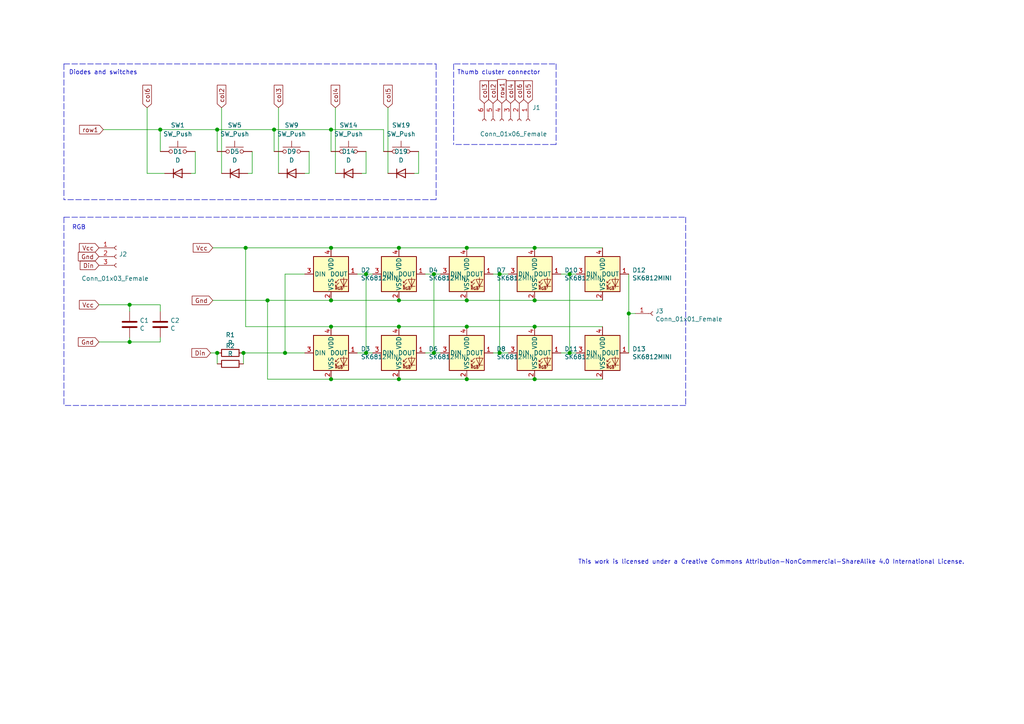
<source format=kicad_sch>
(kicad_sch (version 20211123) (generator eeschema)
  (paper "A4")
  (title_block (date "2022-02-25") (rev "2.42") (company "bastard keyboards") (comment 3 "CC BY-NC-SA 4.0") (comment 4 "Copyright Quentin Lebastard 2022"))
  (lib_symbols
    (symbol "Connector:Conn_01x01_Female" (pin_names (offset 1.016) hide)
      (property "Reference" "J" (at 0 2.54 0))
      (property "Value" "Conn_01x01_Female" (at 0 -2.54 0))
      (symbol "Conn_01x01_Female_1_1"
        (polyline (pts (xy -1.27 0) (xy -0.508 0)) (stroke (width 0.1524)))
        (arc (start 0 0.508) (mid -0.508 0) (end 0 -0.508) (stroke (width 0.1524)))
        (pin passive line (at -5.08 0 0) (length 3.81) (name "Pin_1") (number "1"))
      )
    )
    (symbol "Connector:Conn_01x03_Female" (pin_names (offset 1.016) hide)
      (property "Reference" "J" (at 0 5.08 0))
      (property "Value" "Conn_01x03_Female" (at 0 -5.08 0))
      (symbol "Conn_01x03_Female_1_1"
        (arc (start 0 -2.032) (mid -0.508 -2.54) (end 0 -3.048) (stroke (width 0.1524)))
        (polyline (pts (xy -1.27 -2.54) (xy -0.508 -2.54)) (stroke (width 0.1524)))
        (polyline (pts (xy -1.27 0) (xy -0.508 0)) (stroke (width 0.1524)))
        (polyline (pts (xy -1.27 2.54) (xy -0.508 2.54)) (stroke (width 0.1524)))
        (arc (start 0 0.508) (mid -0.508 0) (end 0 -0.508) (stroke (width 0.1524)))
        (arc (start 0 3.048) (mid -0.508 2.54) (end 0 2.032) (stroke (width 0.1524)))
        (pin passive line (at -5.08 2.54 0) (length 3.81) (name "Pin_1") (number "1"))
        (pin passive line (at -5.08 0 0) (length 3.81) (name "Pin_2") (number "2"))
        (pin passive line (at -5.08 -2.54 0) (length 3.81) (name "Pin_3") (number "3"))
      )
    )
    (symbol "Connector:Conn_01x06_Female" (pin_names hide)
      (property "Reference" "J" (at 0 7.62 0))
      (property "Value" "Conn_01x06_Female" (at 0 -10.16 0))
      (symbol "Conn_01x06_Female_1_1"
        (arc (start 0 -7.112) (mid -0.508 -7.62) (end 0 -8.128) (stroke (width 0.1524)))
        (arc (start 0 -4.572) (mid -0.508 -5.08) (end 0 -5.588) (stroke (width 0.1524)))
        (arc (start 0 -2.032) (mid -0.508 -2.54) (end 0 -3.048) (stroke (width 0.1524)))
        (polyline (pts (xy -1.27 -7.62) (xy -0.508 -7.62)) (stroke (width 0.1524)))
        (polyline (pts (xy -1.27 -5.08) (xy -0.508 -5.08)) (stroke (width 0.1524)))
        (polyline (pts (xy -1.27 -2.54) (xy -0.508 -2.54)) (stroke (width 0.1524)))
        (polyline (pts (xy -1.27 0) (xy -0.508 0)) (stroke (width 0.1524)))
        (polyline (pts (xy -1.27 2.54) (xy -0.508 2.54)) (stroke (width 0.1524)))
        (polyline (pts (xy -1.27 5.08) (xy -0.508 5.08)) (stroke (width 0.1524)))
        (arc (start 0 0.508) (mid -0.508 0) (end 0 -0.508) (stroke (width 0.1524)))
        (arc (start 0 3.048) (mid -0.508 2.54) (end 0 2.032) (stroke (width 0.1524)))
        (arc (start 0 5.588) (mid -0.508 5.08) (end 0 4.572) (stroke (width 0.1524)))
        (pin passive line (at -5.08 5.08 0) (length 3.81) (name "Pin_1") (number "1"))
        (pin passive line (at -5.08 2.54 0) (length 3.81) (name "Pin_2") (number "2"))
        (pin passive line (at -5.08 0 0) (length 3.81) (name "Pin_3") (number "3"))
        (pin passive line (at -5.08 -2.54 0) (length 3.81) (name "Pin_4") (number "4"))
        (pin passive line (at -5.08 -5.08 0) (length 3.81) (name "Pin_5") (number "5"))
        (pin passive line (at -5.08 -7.62 0) (length 3.81) (name "Pin_6") (number "6"))
      )
    )
    (symbol "Device:C" (pin_numbers hide) (pin_names (offset 0.254))
      (property "Reference" "C" (at 0.635 2.54 0))
      (property "Value" "C" (at 0.635 -2.54 0))
      (symbol "C_0_1"
        (polyline (pts (xy -2.032 -0.762) (xy 2.032 -0.762)) (stroke (width 0.508)))
        (polyline (pts (xy -2.032 0.762) (xy 2.032 0.762)) (stroke (width 0.508)))
      )
      (symbol "C_1_1"
        (pin passive line (at 0 3.81 270) (length 2.794) (name "~") (number "1"))
        (pin passive line (at 0 -3.81 90) (length 2.794) (name "~") (number "2"))
      )
    )
    (symbol "Device:D" (pin_numbers hide) (pin_names hide)
      (property "Reference" "D" (at 0 2.54 0))
      (property "Value" "D" (at 0 -2.54 0))
      (symbol "D_0_1"
        (polyline (pts (xy -1.27 1.27) (xy -1.27 -1.27)) (stroke (width 0.254)))
        (polyline (pts (xy 1.27 0) (xy -1.27 0)))
        (polyline (pts (xy 1.27 1.27) (xy 1.27 -1.27) (xy -1.27 0) (xy 1.27 1.27)) (stroke (width 0.254)))
      )
      (symbol "D_1_1"
        (pin passive line (at -3.81 0 0) (length 2.54) (name "K") (number "1"))
        (pin passive line (at 3.81 0 180) (length 2.54) (name "A") (number "2"))
      )
    )
    (symbol "Device:R" (pin_numbers hide) (pin_names (offset 0))
      (property "Reference" "R" (at 2.032 0 90))
      (property "Value" "R" (at 0 0 90))
      (symbol "R_0_1"
        (rectangle (start -1.016 -2.54) (end 1.016 2.54) (stroke (width 0.254)))
      )
      (symbol "R_1_1"
        (pin passive line (at 0 3.81 270) (length 1.27) (name "~") (number "1"))
        (pin passive line (at 0 -3.81 90) (length 1.27) (name "~") (number "2"))
      )
    )
    (symbol "LED:SK6812MINI" (pin_names (offset 0.254))
      (property "Reference" "D" (at 5.08 5.715 0))
      (property "Value" "SK6812MINI" (at 1.27 -5.715 0))
      (symbol "SK6812MINI_0_0"
        (text "RGB" (at 2.286 -4.191 0) (effects (font (size 0.762 0.762))))
      )
      (symbol "SK6812MINI_0_1"
        (polyline (pts (xy 1.27 -3.556) (xy 1.778 -3.556)))
        (polyline (pts (xy 1.27 -2.54) (xy 1.778 -2.54)))
        (polyline (pts (xy 4.699 -3.556) (xy 2.667 -3.556)))
        (polyline (pts (xy 2.286 -2.54) (xy 1.27 -3.556) (xy 1.27 -3.048)))
        (polyline (pts (xy 2.286 -1.524) (xy 1.27 -2.54) (xy 1.27 -2.032)))
        (polyline (pts (xy 3.683 -1.016) (xy 3.683 -3.556) (xy 3.683 -4.064)))
        (polyline (pts (xy 4.699 -1.524) (xy 2.667 -1.524) (xy 3.683 -3.556) (xy 4.699 -1.524)))
        (rectangle (start 5.08 5.08) (end -5.08 -5.08) (stroke (width 0.254)) (fill (type background)))
      )
      (symbol "SK6812MINI_1_1"
        (pin output line (at 7.62 0 180) (length 2.54) (name "DOUT") (number "1"))
        (pin power_in line (at 0 -7.62 90) (length 2.54) (name "VSS") (number "2"))
        (pin input line (at -7.62 0 0) (length 2.54) (name "DIN") (number "3"))
        (pin power_in line (at 0 7.62 270) (length 2.54) (name "VDD") (number "4"))
      )
    )
    (symbol "Switch:SW_Push" (pin_numbers hide) (pin_names hide)
      (property "Reference" "SW" (at 1.27 2.54 0))
      (property "Value" "SW_Push" (at 0 -1.524 0))
      (symbol "SW_Push_0_1"
        (circle (center -2.032 0) (radius 0.508))
        (polyline (pts (xy 0 1.27) (xy 0 3.048)))
        (polyline (pts (xy 2.54 1.27) (xy -2.54 1.27)))
        (circle (center 2.032 0) (radius 0.508))
        (pin passive line (at -5.08 0 0) (length 2.54) (name "1") (number "1"))
        (pin passive line (at 5.08 0 180) (length 2.54) (name "2") (number "2"))
      )
    )
  )
  (junction (at 135.382 94.742) (diameter 1.016))
  (junction (at 77.597 87.122) (diameter 1.016))
  (junction (at 115.697 87.122) (diameter 1.016))
  (junction (at 155.067 109.982) (diameter 1.016))
  (junction (at 62.992 102.362) (diameter 1.016))
  (junction (at 144.907 102.362) (diameter 1.016))
  (junction (at 155.067 87.122) (diameter 1.016))
  (junction (at 135.382 109.982) (diameter 1.016))
  (junction (at 115.697 71.882) (diameter 1.016))
  (junction (at 46.482 37.592) (diameter 1.016))
  (junction (at 165.227 102.362) (diameter 1.016))
  (junction (at 62.992 37.592) (diameter 1.016))
  (junction (at 96.012 71.882) (diameter 1.016))
  (junction (at 135.382 87.122) (diameter 1.016))
  (junction (at 135.382 71.882) (diameter 1.016))
  (junction (at 182.372 90.932) (diameter 1.016))
  (junction (at 96.012 37.592) (diameter 1.016))
  (junction (at 82.677 102.362) (diameter 1.016))
  (junction (at 71.247 71.882) (diameter 1.016))
  (junction (at 96.012 87.122) (diameter 1.016))
  (junction (at 70.612 102.362) (diameter 1.016))
  (junction (at 37.592 88.392) (diameter 1.016))
  (junction (at 37.592 99.187) (diameter 1.016))
  (junction (at 106.172 102.362) (diameter 1.016))
  (junction (at 115.697 94.742) (diameter 1.016))
  (junction (at 144.907 79.502) (diameter 1.016))
  (junction (at 96.012 94.742) (diameter 1.016))
  (junction (at 106.172 79.502) (diameter 1.016))
  (junction (at 125.857 102.362) (diameter 1.016))
  (junction (at 155.067 71.882) (diameter 1.016))
  (junction (at 125.857 79.502) (diameter 1.016))
  (junction (at 96.012 109.982) (diameter 1.016))
  (junction (at 165.227 79.502) (diameter 1.016))
  (junction (at 155.067 94.742) (diameter 1.016))
  (junction (at 115.697 109.982) (diameter 1.016))
  (junction (at 79.502 37.592) (diameter 1.016))
  (wire (pts (xy 106.172 43.942) (xy 106.172 50.292)))
  (wire (pts (xy 182.372 90.932) (xy 184.277 90.932)))
  (wire (pts (xy 106.172 102.362) (xy 108.077 102.362)))
  (wire (pts (xy 155.067 87.122) (xy 174.752 87.122)))
  (wire (pts (xy 47.752 50.292) (xy 42.672 50.292)))
  (wire (pts (xy 96.012 94.742) (xy 115.697 94.742)))
  (wire (pts (xy 103.632 79.502) (xy 106.172 79.502)))
  (wire (pts (xy 79.502 37.592) (xy 96.012 37.592)))
  (wire (pts (xy 82.677 102.362) (xy 82.677 79.502)))
  (wire (pts (xy 96.012 109.982) (xy 77.597 109.982)))
  (wire (pts (xy 46.482 43.942) (xy 46.482 37.592)))
  (wire (pts (xy 125.857 102.362) (xy 127.762 102.362)))
  (wire (pts (xy 135.382 71.882) (xy 155.067 71.882)))
  (wire (pts (xy 37.592 88.392) (xy 37.592 90.297)))
  (wire (pts (xy 162.687 102.362) (xy 165.227 102.362)))
  (wire (pts (xy 56.642 50.292) (xy 55.372 50.292)))
  (polyline (pts (xy 18.542 18.542) (xy 126.492 18.542)))
  (polyline (pts (xy 131.572 18.542) (xy 131.572 41.91)))
  (wire (pts (xy 62.992 37.592) (xy 62.992 43.942)))
  (wire (pts (xy 96.012 37.592) (xy 96.012 43.942)))
  (wire (pts (xy 61.087 102.362) (xy 62.992 102.362)))
  (wire (pts (xy 121.412 50.292) (xy 120.142 50.292)))
  (wire (pts (xy 37.592 97.917) (xy 37.592 99.187)))
  (wire (pts (xy 144.907 79.502) (xy 147.447 79.502)))
  (wire (pts (xy 135.382 87.122) (xy 155.067 87.122)))
  (wire (pts (xy 28.702 88.392) (xy 37.592 88.392)))
  (wire (pts (xy 106.172 79.502) (xy 108.077 79.502)))
  (wire (pts (xy 73.152 43.942) (xy 73.152 50.292)))
  (polyline (pts (xy 126.492 18.542) (xy 126.492 57.912)))
  (wire (pts (xy 29.972 37.592) (xy 46.482 37.592)))
  (wire (pts (xy 155.067 94.742) (xy 174.752 94.742)))
  (wire (pts (xy 115.697 87.122) (xy 135.382 87.122)))
  (wire (pts (xy 61.722 71.882) (xy 71.247 71.882)))
  (polyline (pts (xy 18.542 62.992) (xy 18.542 117.602)))
  (wire (pts (xy 62.992 102.362) (xy 62.992 105.537)))
  (wire (pts (xy 97.282 31.242) (xy 97.282 50.292)))
  (wire (pts (xy 71.247 71.882) (xy 71.247 94.742)))
  (wire (pts (xy 121.412 43.942) (xy 121.412 50.292)))
  (polyline (pts (xy 161.29 18.542) (xy 161.29 41.91)))
  (wire (pts (xy 111.252 37.592) (xy 111.252 43.942)))
  (wire (pts (xy 144.907 79.502) (xy 144.907 102.362)))
  (wire (pts (xy 89.662 50.292) (xy 88.392 50.292)))
  (wire (pts (xy 123.317 79.502) (xy 125.857 79.502)))
  (wire (pts (xy 77.597 87.122) (xy 96.012 87.122)))
  (polyline (pts (xy 18.542 18.542) (xy 18.542 57.912)))
  (wire (pts (xy 64.262 31.242) (xy 64.262 50.292)))
  (wire (pts (xy 71.247 94.742) (xy 96.012 94.742)))
  (wire (pts (xy 96.012 87.122) (xy 115.697 87.122)))
  (wire (pts (xy 82.677 79.502) (xy 88.392 79.502)))
  (wire (pts (xy 125.857 79.502) (xy 127.762 79.502)))
  (wire (pts (xy 96.012 37.592) (xy 111.252 37.592)))
  (polyline (pts (xy 161.29 41.91) (xy 131.572 41.91)))
  (wire (pts (xy 123.317 102.362) (xy 125.857 102.362)))
  (wire (pts (xy 155.067 71.882) (xy 174.752 71.882)))
  (wire (pts (xy 80.772 31.242) (xy 80.772 50.292)))
  (wire (pts (xy 96.012 71.882) (xy 115.697 71.882)))
  (wire (pts (xy 89.662 43.942) (xy 89.662 50.292)))
  (wire (pts (xy 37.592 99.187) (xy 46.482 99.187)))
  (wire (pts (xy 182.372 79.502) (xy 182.372 90.932)))
  (wire (pts (xy 125.857 79.502) (xy 125.857 102.362)))
  (wire (pts (xy 79.502 37.592) (xy 79.502 43.942)))
  (wire (pts (xy 46.482 37.592) (xy 62.992 37.592)))
  (wire (pts (xy 115.697 71.882) (xy 135.382 71.882)))
  (wire (pts (xy 135.382 109.982) (xy 155.067 109.982)))
  (wire (pts (xy 165.227 79.502) (xy 165.227 102.362)))
  (wire (pts (xy 115.697 109.982) (xy 135.382 109.982)))
  (polyline (pts (xy 131.826 18.542) (xy 161.29 18.542)))
  (polyline (pts (xy 126.492 57.912) (xy 18.542 57.912)))
  (wire (pts (xy 165.227 102.362) (xy 167.132 102.362)))
  (wire (pts (xy 56.642 43.942) (xy 56.642 50.292)))
  (wire (pts (xy 46.482 88.392) (xy 46.482 90.297)))
  (wire (pts (xy 46.482 99.187) (xy 46.482 97.917)))
  (wire (pts (xy 115.697 94.742) (xy 135.382 94.742)))
  (wire (pts (xy 61.722 87.122) (xy 77.597 87.122)))
  (wire (pts (xy 77.597 109.982) (xy 77.597 87.122)))
  (wire (pts (xy 144.907 102.362) (xy 147.447 102.362)))
  (wire (pts (xy 112.522 31.242) (xy 112.522 50.292)))
  (wire (pts (xy 182.372 90.932) (xy 182.372 102.362)))
  (wire (pts (xy 135.382 94.742) (xy 155.067 94.742)))
  (wire (pts (xy 143.002 102.362) (xy 144.907 102.362)))
  (wire (pts (xy 165.227 79.502) (xy 167.132 79.502)))
  (wire (pts (xy 73.152 50.292) (xy 71.882 50.292)))
  (wire (pts (xy 70.612 102.362) (xy 82.677 102.362)))
  (wire (pts (xy 42.672 31.242) (xy 42.672 50.292)))
  (polyline (pts (xy 18.542 62.992) (xy 198.882 62.992)))
  (wire (pts (xy 155.067 109.982) (xy 174.752 109.982)))
  (wire (pts (xy 28.702 99.187) (xy 37.592 99.187)))
  (polyline (pts (xy 198.882 117.602) (xy 18.542 117.602)))
  (wire (pts (xy 96.012 109.982) (xy 115.697 109.982)))
  (wire (pts (xy 143.002 79.502) (xy 144.907 79.502)))
  (wire (pts (xy 106.172 102.362) (xy 106.172 79.502)))
  (wire (pts (xy 37.592 88.392) (xy 46.482 88.392)))
  (polyline (pts (xy 198.882 62.992) (xy 198.882 117.602)))
  (wire (pts (xy 62.992 37.592) (xy 79.502 37.592)))
  (wire (pts (xy 106.172 50.292) (xy 104.902 50.292)))
  (wire (pts (xy 70.612 105.537) (xy 70.612 102.362)))
  (wire (pts (xy 162.687 79.502) (xy 165.227 79.502)))
  (wire (pts (xy 88.392 102.362) (xy 82.677 102.362)))
  (wire (pts (xy 96.012 71.882) (xy 71.247 71.882)))
  (wire (pts (xy 103.632 102.362) (xy 106.172 102.362)))
  (text "Diodes and switches" (at 39.878 21.844 180) (effects (font (size 1.27 1.27)) (justify right bottom)))
  (text "RGB" (at 24.892 66.802 180) (effects (font (size 1.27 1.27)) (justify right bottom)))
  (text "Thumb cluster connector" (at 156.718 21.844 180) (effects (font (size 1.27 1.27)) (justify right bottom)))
  (text "This work is licensed under a Creative Commons Attribution-NonCommercial-ShareAlike 4.0 International License." (at 167.64 163.83 0) (effects (font (size 1.27 1.27)) (justify left bottom)))
  (global_label "Gnd" (shape input) (at 28.702 74.422 180) (property "Intersheet References" "${INTERSHEET_REFS}" (effects hide)))
  (global_label "col5" (shape input) (at 153.162 29.972 90) (property "Intersheet References" "${INTERSHEET_REFS}" (effects hide)))
  (global_label "col5" (shape input) (at 112.522 31.242 90) (property "Intersheet References" "${INTERSHEET_REFS}" (effects hide)))
  (global_label "Din" (shape input) (at 28.702 76.962 180) (property "Intersheet References" "${INTERSHEET_REFS}" (effects hide)))
  (global_label "col6" (shape input) (at 42.672 31.242 90) (property "Intersheet References" "${INTERSHEET_REFS}" (effects hide)))
  (global_label "Vcc" (shape input) (at 28.702 88.392 180) (property "Intersheet References" "${INTERSHEET_REFS}" (effects hide)))
  (global_label "col2" (shape input) (at 143.002 29.972 90) (property "Intersheet References" "${INTERSHEET_REFS}" (effects hide)))
  (global_label "Din" (shape input) (at 61.087 102.362 180) (property "Intersheet References" "${INTERSHEET_REFS}" (effects hide)))
  (global_label "Gnd" (shape input) (at 28.702 99.187 180) (property "Intersheet References" "${INTERSHEET_REFS}" (effects hide)))
  (global_label "col4" (shape input) (at 97.282 31.242 90) (property "Intersheet References" "${INTERSHEET_REFS}" (effects hide)))
  (global_label "row1" (shape input) (at 145.542 29.972 90) (property "Intersheet References" "${INTERSHEET_REFS}" (effects hide)))
  (global_label "col3" (shape input) (at 140.462 29.972 90) (property "Intersheet References" "${INTERSHEET_REFS}" (effects hide)))
  (global_label "col4" (shape input) (at 148.082 29.972 90) (property "Intersheet References" "${INTERSHEET_REFS}" (effects hide)))
  (global_label "Vcc" (shape input) (at 28.702 71.882 180) (property "Intersheet References" "${INTERSHEET_REFS}" (effects hide)))
  (global_label "row1" (shape input) (at 29.972 37.592 180) (property "Intersheet References" "${INTERSHEET_REFS}" (effects hide)))
  (global_label "col6" (shape input) (at 150.622 29.972 90) (property "Intersheet References" "${INTERSHEET_REFS}" (effects hide)))
  (global_label "col2" (shape input) (at 64.262 31.242 90) (property "Intersheet References" "${INTERSHEET_REFS}" (effects hide)))
  (global_label "col3" (shape input) (at 80.772 31.242 90) (property "Intersheet References" "${INTERSHEET_REFS}" (effects hide)))
  (global_label "Vcc" (shape input) (at 61.722 71.882 180) (property "Intersheet References" "${INTERSHEET_REFS}" (effects hide)))
  (global_label "Gnd" (shape input) (at 61.722 87.122 180) (property "Intersheet References" "${INTERSHEET_REFS}" (effects hide)))
  (symbol (lib_id "LED:SK6812MINI") (at 174.752 79.502 0) (unit 1)
    (property "Reference" "D12" (at 183.3881 78.3526 0) (effects (justify left)))
    (property "Value" "SK6812MINI" (at 183.3881 80.6513 0) (effects (justify left)))
    (property "Footprint" "libs2:YS-SK6812MINI-E_REVERSE" (effects hide))
    (property "Datasheet" "https://cdn-shop.adafruit.com/product-files/2686/SK6812MINI_REV.01-1-2.pdf" (effects hide))
  )
  (symbol (lib_id "Device:C") (at 37.592 94.107 0) (unit 1)
    (property "Reference" "C1" (at 40.5131 92.9576 0) (effects (justify left)))
    (property "Value" "C" (at 40.5131 95.2563 0) (effects (justify left)))
    (property "Footprint" "LED_SMD:LED_1206_3216Metric_Pad1.42x1.75mm_HandSolder" (effects hide))
  )
  (symbol (lib_id "LED:SK6812MINI") (at 155.067 79.502 0) (unit 1)
    (property "Reference" "D10" (at 163.7031 78.3526 0) (effects (justify left)))
    (property "Value" "SK6812MINI" (at 163.7031 80.6513 0) (effects (justify left)))
    (property "Footprint" "libs2:YS-SK6812MINI-E_REVERSE" (effects hide))
    (property "Datasheet" "https://cdn-shop.adafruit.com/product-files/2686/SK6812MINI_REV.01-1-2.pdf" (effects hide))
  )
  (symbol (lib_id "Device:D") (at 68.072 50.292 0) (unit 1)
    (property "Reference" "D5" (at 68.072 43.942 0))
    (property "Value" "D" (at 68.072 46.482 0))
    (property "Footprint" "custom:Diode_TH_SOD123" (effects hide))
  )
  (symbol (lib_id "Switch:SW_Push") (at 68.072 43.942 0) (unit 1)
    (property "Reference" "SW5" (at 68.072 36.322 0))
    (property "Value" "SW_Push" (at 68.072 38.862 0))
    (property "Footprint" "custom:SW_MX_reversible" (effects hide))
  )
  (symbol (lib_id "Device:C") (at 46.482 94.107 0) (unit 1)
    (property "Reference" "C2" (at 49.4031 92.9576 0) (effects (justify left)))
    (property "Value" "C" (at 49.4031 95.2563 0) (effects (justify left)))
    (property "Footprint" "LED_SMD:LED_1206_3216Metric_Pad1.42x1.75mm_HandSolder" (effects hide))
  )
  (symbol (lib_id "Switch:SW_Push") (at 51.562 43.942 0) (unit 1)
    (property "Reference" "SW1" (at 51.562 36.322 0))
    (property "Value" "SW_Push" (at 51.562 38.862 0))
    (property "Footprint" "custom:SW_MX_reversible" (effects hide))
  )
  (symbol (lib_id "Switch:SW_Push") (at 101.092 43.942 0) (unit 1)
    (property "Reference" "SW14" (at 101.092 36.322 0))
    (property "Value" "SW_Push" (at 101.092 38.862 0))
    (property "Footprint" "custom:SW_MX_reversible" (effects hide))
  )
  (symbol (lib_id "Connector:Conn_01x06_Female") (at 148.082 35.052 270) (unit 1)
    (property "Reference" "J1" (at 154.3813 31.2102 90) (effects (justify left)))
    (property "Value" "Conn_01x06_Female" (at 139.192 38.862 90) (effects (justify left)))
    (property "Footprint" "Connector_PinHeader_2.54mm:PinHeader_1x06_P2.54mm_Vertical" (effects hide))
  )
  (symbol (lib_id "Device:D") (at 84.582 50.292 0) (unit 1)
    (property "Reference" "D9" (at 84.582 43.942 0))
    (property "Value" "D" (at 84.582 46.482 0))
    (property "Footprint" "custom:Diode_TH_SOD123" (effects hide))
  )
  (symbol (lib_id "Device:R") (at 66.802 102.362 270) (unit 1)
    (property "Reference" "R1" (at 66.802 97.1358 90))
    (property "Value" "R" (at 66.802 99.4345 90))
    (property "Footprint" "Resistor_SMD:R_1206_3216Metric_Pad1.42x1.75mm_HandSolder" (effects hide))
  )
  (symbol (lib_id "Switch:SW_Push") (at 84.582 43.942 0) (unit 1)
    (property "Reference" "SW9" (at 84.582 36.322 0))
    (property "Value" "SW_Push" (at 84.582 38.862 0))
    (property "Footprint" "custom:SW_MX_reversible" (effects hide))
  )
  (symbol (lib_id "LED:SK6812MINI") (at 115.697 79.502 0) (unit 1)
    (property "Reference" "D4" (at 124.3331 78.3526 0) (effects (justify left)))
    (property "Value" "SK6812MINI" (at 124.3331 80.6513 0) (effects (justify left)))
    (property "Footprint" "libs2:YS-SK6812MINI-E_REVERSE" (effects hide))
    (property "Datasheet" "https://cdn-shop.adafruit.com/product-files/2686/SK6812MINI_REV.01-1-2.pdf" (effects hide))
  )
  (symbol (lib_id "LED:SK6812MINI") (at 115.697 102.362 0) (unit 1)
    (property "Reference" "D6" (at 124.3331 101.2126 0) (effects (justify left)))
    (property "Value" "SK6812MINI" (at 124.3331 103.5113 0) (effects (justify left)))
    (property "Footprint" "libs2:YS-SK6812MINI-E_REVERSE_NO_EDGECUT" (effects hide))
    (property "Datasheet" "https://cdn-shop.adafruit.com/product-files/2686/SK6812MINI_REV.01-1-2.pdf" (effects hide))
  )
  (symbol (lib_id "LED:SK6812MINI") (at 96.012 102.362 0) (unit 1)
    (property "Reference" "D3" (at 104.6481 101.2126 0) (effects (justify left)))
    (property "Value" "SK6812MINI" (at 104.6481 103.5113 0) (effects (justify left)))
    (property "Footprint" "libs2:YS-SK6812MINI-E_REVERSE_NO_EDGECUT" (effects hide))
    (property "Datasheet" "https://cdn-shop.adafruit.com/product-files/2686/SK6812MINI_REV.01-1-2.pdf" (effects hide))
  )
  (symbol (lib_id "LED:SK6812MINI") (at 135.382 102.362 0) (unit 1)
    (property "Reference" "D8" (at 144.0181 101.2126 0) (effects (justify left)))
    (property "Value" "SK6812MINI" (at 144.0181 103.5113 0) (effects (justify left)))
    (property "Footprint" "libs2:YS-SK6812MINI-E_REVERSE_NO_EDGECUT" (effects hide))
    (property "Datasheet" "https://cdn-shop.adafruit.com/product-files/2686/SK6812MINI_REV.01-1-2.pdf" (effects hide))
  )
  (symbol (lib_id "Device:D") (at 116.332 50.292 0) (unit 1)
    (property "Reference" "D19" (at 116.332 43.942 0))
    (property "Value" "D" (at 116.332 46.482 0))
    (property "Footprint" "custom:Diode_TH_SOD123" (effects hide))
  )
  (symbol (lib_id "LED:SK6812MINI") (at 155.067 102.362 0) (unit 1)
    (property "Reference" "D11" (at 163.7031 101.2126 0) (effects (justify left)))
    (property "Value" "SK6812MINI" (at 163.7031 103.5113 0) (effects (justify left)))
    (property "Footprint" "libs2:YS-SK6812MINI-E_REVERSE_NO_EDGECUT" (effects hide))
    (property "Datasheet" "https://cdn-shop.adafruit.com/product-files/2686/SK6812MINI_REV.01-1-2.pdf" (effects hide))
  )
  (symbol (lib_id "LED:SK6812MINI") (at 96.012 79.502 0) (unit 1)
    (property "Reference" "D2" (at 104.6481 78.3526 0) (effects (justify left)))
    (property "Value" "SK6812MINI" (at 104.6481 80.6513 0) (effects (justify left)))
    (property "Footprint" "libs2:YS-SK6812MINI-E_REVERSE" (effects hide))
    (property "Datasheet" "https://cdn-shop.adafruit.com/product-files/2686/SK6812MINI_REV.01-1-2.pdf" (effects hide))
  )
  (symbol (lib_id "LED:SK6812MINI") (at 174.752 102.362 0) (unit 1)
    (property "Reference" "D13" (at 183.3881 101.2126 0) (effects (justify left)))
    (property "Value" "SK6812MINI" (at 183.3881 103.5113 0) (effects (justify left)))
    (property "Footprint" "libs2:YS-SK6812MINI-E_REVERSE_NO_EDGECUT" (effects hide))
    (property "Datasheet" "https://cdn-shop.adafruit.com/product-files/2686/SK6812MINI_REV.01-1-2.pdf" (effects hide))
  )
  (symbol (lib_id "LED:SK6812MINI") (at 135.382 79.502 0) (unit 1)
    (property "Reference" "D7" (at 144.0181 78.3526 0) (effects (justify left)))
    (property "Value" "SK6812MINI" (at 144.0181 80.6513 0) (effects (justify left)))
    (property "Footprint" "libs2:YS-SK6812MINI-E_REVERSE" (effects hide))
    (property "Datasheet" "https://cdn-shop.adafruit.com/product-files/2686/SK6812MINI_REV.01-1-2.pdf" (effects hide))
  )
  (symbol (lib_id "Switch:SW_Push") (at 116.332 43.942 0) (unit 1)
    (property "Reference" "SW19" (at 116.332 36.322 0))
    (property "Value" "SW_Push" (at 116.332 38.862 0))
    (property "Footprint" "custom:SW_MX_reversible" (effects hide))
  )
  (symbol (lib_id "Connector:Conn_01x03_Female") (at 33.782 74.422 0) (unit 1)
    (property "Reference" "J2" (at 34.4933 73.7298 0) (effects (justify left)))
    (property "Value" "Conn_01x03_Female" (at 23.622 80.772 0) (effects (justify left)))
    (property "Footprint" "Connector_PinHeader_2.54mm:PinHeader_1x03_P2.54mm_Vertical" (effects hide))
  )
  (symbol (lib_id "Device:D") (at 51.562 50.292 0) (unit 1)
    (property "Reference" "D1" (at 51.562 43.942 0))
    (property "Value" "D" (at 51.562 46.482 0))
    (property "Footprint" "custom:Diode_TH_SOD123" (effects hide))
  )
  (symbol (lib_id "Connector:Conn_01x01_Female") (at 189.357 90.932 0) (unit 1)
    (property "Reference" "J3" (at 190.0683 90.2398 0) (effects (justify left)))
    (property "Value" "Conn_01x01_Female" (at 190.0683 92.5385 0) (effects (justify left)))
    (property "Footprint" "Connector_PinHeader_2.54mm:PinHeader_1x01_P2.54mm_Vertical" (effects hide))
  )
  (symbol (lib_id "Device:D") (at 101.092 50.292 0) (unit 1)
    (property "Reference" "D14" (at 101.092 43.942 0))
    (property "Value" "D" (at 101.092 46.482 0))
    (property "Footprint" "custom:Diode_TH_SOD123" (effects hide))
  )
  (symbol (lib_id "Device:R") (at 66.802 105.537 270) (unit 1)
    (property "Reference" "R2" (at 66.802 100.3108 90))
    (property "Value" "R" (at 66.802 102.6095 90))
    (property "Footprint" "Resistor_SMD:R_1206_3216Metric_Pad1.42x1.75mm_HandSolder" (effects hide))
  )
)
</source>
